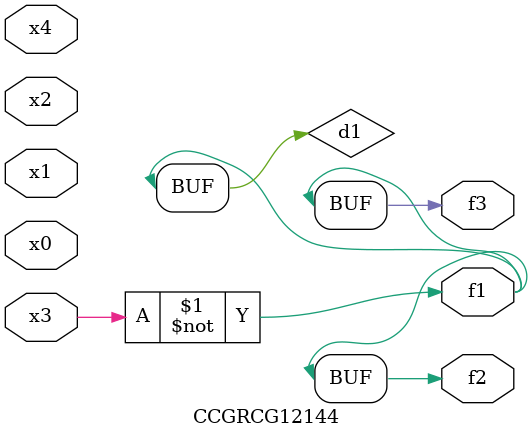
<source format=v>
module CCGRCG12144(
	input x0, x1, x2, x3, x4,
	output f1, f2, f3
);

	wire d1, d2;

	xnor (d1, x3);
	not (d2, x1);
	assign f1 = d1;
	assign f2 = d1;
	assign f3 = d1;
endmodule

</source>
